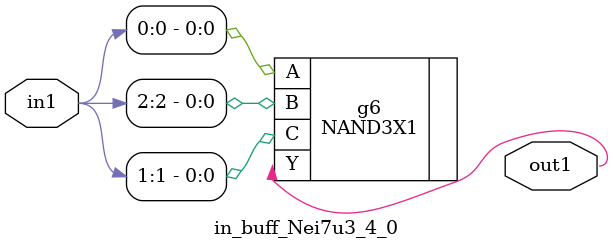
<source format=v>
`timescale 1ps / 1ps


module in_buff_Nei7u3_4_0(in1, out1);
  input [2:0] in1;
  output out1;
  wire [2:0] in1;
  wire out1;
  NAND3X1 g6(.A (in1[0]), .B (in1[2]), .C (in1[1]), .Y (out1));
endmodule



</source>
